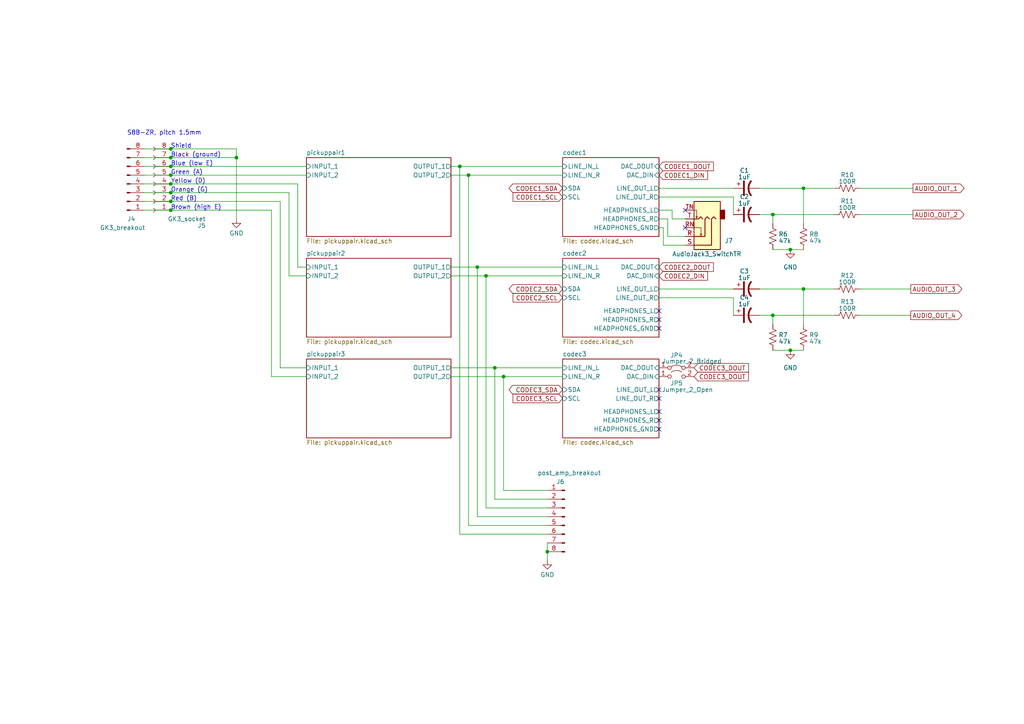
<source format=kicad_sch>
(kicad_sch (version 20250114) (generator "eeschema") (generator_version "9.0")
  (paper "A4")
  (lib_symbols
    (symbol "Connector:Conn_01x08_Pin" (pin_names (offset 1.016) (hide yes))
      (property "Reference" "J" (at 0 10.16 0))
      (property "Value" "Conn_01x08_Pin" (at 0 -12.7 0))
      (symbol "Conn_01x08_Pin_1_1"
        (rectangle (start 0.8636 7.747) (end 0 7.493) (stroke (width 0.1524)) (fill (type outline)))
        (rectangle (start 0.8636 5.207) (end 0 4.953) (stroke (width 0.1524)) (fill (type outline)))
        (rectangle (start 0.8636 2.667) (end 0 2.413) (stroke (width 0.1524)) (fill (type outline)))
        (rectangle (start 0.8636 0.127) (end 0 -0.127) (stroke (width 0.1524)) (fill (type outline)))
        (rectangle (start 0.8636 -2.413) (end 0 -2.667) (stroke (width 0.1524)) (fill (type outline)))
        (rectangle (start 0.8636 -4.953) (end 0 -5.207) (stroke (width 0.1524)) (fill (type outline)))
        (rectangle (start 0.8636 -7.493) (end 0 -7.747) (stroke (width 0.1524)) (fill (type outline)))
        (rectangle (start 0.8636 -10.033) (end 0 -10.287) (stroke (width 0.1524)) (fill (type outline)))
        (polyline (pts (xy 1.27 7.62) (xy 0.8636 7.62)) (stroke (width 0.1524)))
        (polyline (pts (xy 1.27 5.08) (xy 0.8636 5.08)) (stroke (width 0.1524)))
        (polyline (pts (xy 1.27 2.54) (xy 0.8636 2.54)) (stroke (width 0.1524)))
        (polyline (pts (xy 1.27 0) (xy 0.8636 0)) (stroke (width 0.1524)))
        (polyline (pts (xy 1.27 -2.54) (xy 0.8636 -2.54)) (stroke (width 0.1524)))
        (polyline (pts (xy 1.27 -5.08) (xy 0.8636 -5.08)) (stroke (width 0.1524)))
        (polyline (pts (xy 1.27 -7.62) (xy 0.8636 -7.62)) (stroke (width 0.1524)))
        (polyline (pts (xy 1.27 -10.16) (xy 0.8636 -10.16)) (stroke (width 0.1524)))
        (pin passive line (at 5.08 7.62 180) (length 3.81) (name "Pin_1") (number "1"))
        (pin passive line (at 5.08 5.08 180) (length 3.81) (name "Pin_2") (number "2"))
        (pin passive line (at 5.08 2.54 180) (length 3.81) (name "Pin_3") (number "3"))
        (pin passive line (at 5.08 0 180) (length 3.81) (name "Pin_4") (number "4"))
        (pin passive line (at 5.08 -2.54 180) (length 3.81) (name "Pin_5") (number "5"))
        (pin passive line (at 5.08 -5.08 180) (length 3.81) (name "Pin_6") (number "6"))
        (pin passive line (at 5.08 -7.62 180) (length 3.81) (name "Pin_7") (number "7"))
        (pin passive line (at 5.08 -10.16 180) (length 3.81) (name "Pin_8") (number "8"))
      )
    )
    (symbol "Connector:Conn_01x08_Socket" (pin_names (offset 1.016) (hide yes))
      (property "Reference" "J" (at 0 10.16 0))
      (property "Value" "Conn_01x08_Socket" (at 0 -12.7 0))
      (symbol "Conn_01x08_Socket_1_1"
        (polyline (pts (xy -1.27 7.62) (xy -0.508 7.62)) (stroke (width 0.1524)))
        (polyline (pts (xy -1.27 5.08) (xy -0.508 5.08)) (stroke (width 0.1524)))
        (polyline (pts (xy -1.27 2.54) (xy -0.508 2.54)) (stroke (width 0.1524)))
        (polyline (pts (xy -1.27 0) (xy -0.508 0)) (stroke (width 0.1524)))
        (polyline (pts (xy -1.27 -2.54) (xy -0.508 -2.54)) (stroke (width 0.1524)))
        (polyline (pts (xy -1.27 -5.08) (xy -0.508 -5.08)) (stroke (width 0.1524)))
        (polyline (pts (xy -1.27 -7.62) (xy -0.508 -7.62)) (stroke (width 0.1524)))
        (polyline (pts (xy -1.27 -10.16) (xy -0.508 -10.16)) (stroke (width 0.1524)))
        (arc (start 0 7.112) (mid -0.5058 7.62) (end 0 8.128) (stroke (width 0.1524)))
        (arc (start 0 4.572) (mid -0.5058 5.08) (end 0 5.588) (stroke (width 0.1524)))
        (arc (start 0 2.032) (mid -0.5058 2.54) (end 0 3.048) (stroke (width 0.1524)))
        (arc (start 0 -0.508) (mid -0.5058 0) (end 0 0.508) (stroke (width 0.1524)))
        (arc (start 0 -3.048) (mid -0.5058 -2.54) (end 0 -2.032) (stroke (width 0.1524)))
        (arc (start 0 -5.588) (mid -0.5058 -5.08) (end 0 -4.572) (stroke (width 0.1524)))
        (arc (start 0 -8.128) (mid -0.5058 -7.62) (end 0 -7.112) (stroke (width 0.1524)))
        (arc (start 0 -10.668) (mid -0.5058 -10.16) (end 0 -9.652) (stroke (width 0.1524)))
        (pin passive line (at -5.08 7.62 0) (length 3.81) (name "Pin_1") (number "1"))
        (pin passive line (at -5.08 5.08 0) (length 3.81) (name "Pin_2") (number "2"))
        (pin passive line (at -5.08 2.54 0) (length 3.81) (name "Pin_3") (number "3"))
        (pin passive line (at -5.08 0 0) (length 3.81) (name "Pin_4") (number "4"))
        (pin passive line (at -5.08 -2.54 0) (length 3.81) (name "Pin_5") (number "5"))
        (pin passive line (at -5.08 -5.08 0) (length 3.81) (name "Pin_6") (number "6"))
        (pin passive line (at -5.08 -7.62 0) (length 3.81) (name "Pin_7") (number "7"))
        (pin passive line (at -5.08 -10.16 0) (length 3.81) (name "Pin_8") (number "8"))
      )
    )
    (symbol "Connector_Audio:AudioJack3_SwitchTR"
      (property "Reference" "J" (at 0 8.89 0))
      (property "Value" "AudioJack3_SwitchTR" (at 0 6.35 0))
      (symbol "AudioJack3_SwitchTR_0_1"
        (rectangle (start -5.08 -5.08) (end -6.35 -7.62) (stroke (width 0.254)) (fill (type outline)))
        (polyline (pts (xy -1.905 -5.08) (xy -1.27 -5.715) (xy -0.635 -5.08) (xy -0.635 0) (xy 2.54 0)) (stroke (width 0.254)))
        (polyline (pts (xy 0 -5.08) (xy 0.635 -5.715) (xy 1.27 -5.08) (xy 2.54 -5.08)) (stroke (width 0.254)))
        (polyline (pts (xy 0.508 -0.254) (xy 0.762 -0.762)))
        (polyline (pts (xy 1.778 -5.334) (xy 2.032 -5.842)))
        (rectangle (start 2.54 3.81) (end -5.08 -10.16) (stroke (width 0.254)) (fill (type background)))
        (polyline (pts (xy 2.54 2.54) (xy -2.54 2.54) (xy -2.54 -5.08) (xy -3.175 -5.715) (xy -3.81 -5.08)) (stroke (width 0.254)))
        (polyline (pts (xy 2.54 -2.54) (xy 0.508 -2.54) (xy 0.508 -0.254) (xy 0.254 -0.762)))
        (polyline (pts (xy 2.54 -7.62) (xy 1.778 -7.62) (xy 1.778 -5.334) (xy 1.524 -5.842)))
      )
      (symbol "AudioJack3_SwitchTR_1_1"
        (pin passive line (at 5.08 2.54 180) (length 2.54) (name "~") (number "S"))
        (pin passive line (at 5.08 0 180) (length 2.54) (name "~") (number "R"))
        (pin passive line (at 5.08 -2.54 180) (length 2.54) (name "~") (number "RN"))
        (pin passive line (at 5.08 -5.08 180) (length 2.54) (name "~") (number "T"))
        (pin passive line (at 5.08 -7.62 180) (length 2.54) (name "~") (number "TN"))
      )
    )
    (symbol "Device:C_Polarized_US" (pin_numbers (hide yes)) (pin_names (offset 0.254) (hide yes))
      (property "Reference" "C" (at 0.635 2.54 0))
      (property "Value" "C_Polarized_US" (at 0.635 -2.54 0))
      (symbol "C_Polarized_US_0_1"
        (polyline (pts (xy -2.032 0.762) (xy 2.032 0.762)) (stroke (width 0.508)))
        (polyline (pts (xy -1.778 2.286) (xy -0.762 2.286)))
        (polyline (pts (xy -1.27 1.778) (xy -1.27 2.794)))
        (arc (start -2.032 -1.27) (mid 0 -0.5572) (end 2.032 -1.27) (stroke (width 0.508)))
      )
      (symbol "C_Polarized_US_1_1"
        (pin passive line (at 0 3.81 270) (length 2.794) (name "~") (number "1"))
        (pin passive line (at 0 -3.81 90) (length 3.302) (name "~") (number "2"))
      )
    )
    (symbol "Device:R_US" (pin_numbers (hide yes)) (pin_names (offset 0))
      (property "Reference" "R" (at 2.54 0 90))
      (property "Value" "R_US" (at -2.54 0 90))
      (symbol "R_US_0_1"
        (polyline (pts (xy 0 2.286) (xy 0 2.54)))
        (polyline (pts (xy 0 2.286) (xy 1.016 1.905) (xy 0 1.524) (xy -1.016 1.143) (xy 0 0.762)))
        (polyline (pts (xy 0 0.762) (xy 1.016 0.381) (xy 0 0) (xy -1.016 -0.381) (xy 0 -0.762)))
        (polyline (pts (xy 0 -0.762) (xy 1.016 -1.143) (xy 0 -1.524) (xy -1.016 -1.905) (xy 0 -2.286)))
        (polyline (pts (xy 0 -2.286) (xy 0 -2.54)))
      )
      (symbol "R_US_1_1"
        (pin passive line (at 0 3.81 270) (length 1.27) (name "~") (number "1"))
        (pin passive line (at 0 -3.81 90) (length 1.27) (name "~") (number "2"))
      )
    )
    (symbol "Jumper:Jumper_2_Bridged" (pin_names (offset 0) (hide yes))
      (property "Reference" "JP" (at 0 1.905 0))
      (property "Value" "Jumper_2_Bridged" (at 0 -2.54 0))
      (symbol "Jumper_2_Bridged_0_0"
        (circle (center -2.032 0) (radius 0.508))
        (circle (center 2.032 0) (radius 0.508))
      )
      (symbol "Jumper_2_Bridged_0_1"
        (arc (start -1.524 0.254) (mid 0 0.762) (end 1.524 0.254))
      )
      (symbol "Jumper_2_Bridged_1_1"
        (pin passive line (at -5.08 0 0) (length 2.54) (name "A") (number "1"))
        (pin passive line (at 5.08 0 180) (length 2.54) (name "B") (number "2"))
      )
    )
    (symbol "Jumper:Jumper_2_Open" (pin_names (offset 0) (hide yes))
      (property "Reference" "JP" (at 0 2.794 0))
      (property "Value" "Jumper_2_Open" (at 0 -2.286 0))
      (symbol "Jumper_2_Open_0_0"
        (circle (center -2.032 0) (radius 0.508))
        (circle (center 2.032 0) (radius 0.508))
      )
      (symbol "Jumper_2_Open_0_1"
        (arc (start -1.524 1.27) (mid 0 1.778) (end 1.524 1.27))
      )
      (symbol "Jumper_2_Open_1_1"
        (pin passive line (at -5.08 0 0) (length 2.54) (name "A") (number "1"))
        (pin passive line (at 5.08 0 180) (length 2.54) (name "B") (number "2"))
      )
    )
    (symbol "power:GND" (power) (pin_names (offset 0))
      (property "Value" "GND" (at 0 -3.81 0))
      (symbol "GND_0_1"
        (polyline (pts (xy 0 0) (xy 0 -1.27) (xy 1.27 -1.27) (xy 0 -2.54) (xy -1.27 -1.27) (xy 0 -1.27)))
      )
      (symbol "GND_1_1"
        (pin power_in line (at 0 0 270) (length 0) (hide yes) (name "GND") (number "1"))
      )
    )
  )
  (text "Black (ground)" (at 49.53 45.72 0) (effects (font (size 1.27 1.27)) (justify left bottom)))
  (text "Yellow (D)" (at 49.53 53.34 0) (effects (font (size 1.27 1.27)) (justify left bottom)))
  (text "Brown (high E)" (at 49.53 60.96 0) (effects (font (size 1.27 1.27)) (justify left bottom)))
  (text "Red (B)" (at 49.53 58.42 0) (effects (font (size 1.27 1.27)) (justify left bottom)))
  (text "Green (A)" (at 49.53 50.8 0) (effects (font (size 1.27 1.27)) (justify left bottom)))
  (text "Orange (G)" (at 49.53 55.88 0) (effects (font (size 1.27 1.27)) (justify left bottom)))
  (text "S8B-ZR, pitch 1.5mm" (at 36.83 39.37 0) (effects (font (size 1.27 1.27)) (justify left bottom)))
  (text "Blue (low E)" (at 49.53 48.26 0) (effects (font (size 1.27 1.27)) (justify left bottom)))
  (text "Shield" (at 49.53 43.18 0) (effects (font (size 1.27 1.27)) (justify left bottom)))
  (junction (at 133.35 48.26))
  (junction (at 49.53 55.88))
  (junction (at 158.75 160.02))
  (junction (at 224.155 91.44))
  (junction (at 224.155 62.23))
  (junction (at 229.235 72.39))
  (junction (at 233.045 54.61))
  (junction (at 233.045 83.82))
  (junction (at 143.51 106.68))
  (junction (at 49.53 50.8))
  (junction (at 138.43 77.47))
  (junction (at 49.53 43.18))
  (junction (at 49.53 58.42))
  (junction (at 146.05 109.22))
  (junction (at 68.58 45.72))
  (junction (at 49.53 60.96))
  (junction (at 49.53 48.26))
  (junction (at 140.97 80.01))
  (junction (at 135.89 50.8))
  (junction (at 229.235 101.6))
  (junction (at 49.53 53.34))
  (junction (at 49.53 45.72))
  (no_connect (at 198.755 60.96))
  (no_connect (at 191.135 121.92))
  (no_connect (at 191.135 115.57))
  (no_connect (at 191.135 124.46))
  (no_connect (at 191.135 92.71))
  (no_connect (at 198.755 66.04))
  (no_connect (at 191.135 119.38))
  (no_connect (at 191.135 113.03))
  (no_connect (at 191.135 95.25))
  (no_connect (at 191.135 90.17))
  (wire (pts (xy 224.155 72.39) (xy 229.235 72.39)))
  (wire (pts (xy 224.155 62.23) (xy 241.935 62.23)))
  (wire (pts (xy 49.53 55.88) (xy 83.82 55.88)))
  (wire (pts (xy 191.135 86.36) (xy 212.725 86.36)))
  (wire (pts (xy 135.89 50.8) (xy 135.89 152.4)))
  (wire (pts (xy 130.81 48.26) (xy 133.35 48.26)))
  (wire (pts (xy 191.135 60.96) (xy 194.945 60.96)))
  (wire (pts (xy 49.53 58.42) (xy 81.28 58.42)))
  (wire (pts (xy 193.675 68.58) (xy 193.675 63.5)))
  (wire (pts (xy 192.405 71.12) (xy 198.755 71.12)))
  (wire (pts (xy 233.045 83.82) (xy 241.935 83.82)))
  (wire (pts (xy 68.58 43.18) (xy 68.58 45.72)))
  (wire (pts (xy 191.135 57.15) (xy 212.725 57.15)))
  (wire (pts (xy 220.345 91.44) (xy 224.155 91.44)))
  (wire (pts (xy 212.725 62.23) (xy 212.725 57.15)))
  (wire (pts (xy 192.405 66.04) (xy 192.405 71.12)))
  (wire (pts (xy 49.53 50.8) (xy 88.9 50.8)))
  (wire (pts (xy 138.43 149.86) (xy 158.75 149.86)))
  (wire (pts (xy 249.555 54.61) (xy 264.795 54.61)))
  (wire (pts (xy 224.155 101.6) (xy 229.235 101.6)))
  (wire (pts (xy 41.91 53.34) (xy 49.53 53.34)))
  (wire (pts (xy 220.345 62.23) (xy 224.155 62.23)))
  (wire (pts (xy 41.91 48.26) (xy 49.53 48.26)))
  (wire (pts (xy 233.045 54.61) (xy 241.935 54.61)))
  (wire (pts (xy 130.81 80.01) (xy 140.97 80.01)))
  (wire (pts (xy 130.81 109.22) (xy 146.05 109.22)))
  (wire (pts (xy 191.135 83.82) (xy 212.725 83.82)))
  (wire (pts (xy 135.89 152.4) (xy 158.75 152.4)))
  (wire (pts (xy 41.91 58.42) (xy 49.53 58.42)))
  (wire (pts (xy 41.91 55.88) (xy 49.53 55.88)))
  (wire (pts (xy 83.82 55.88) (xy 83.82 80.01)))
  (wire (pts (xy 229.235 101.6) (xy 233.045 101.6)))
  (wire (pts (xy 138.43 77.47) (xy 163.195 77.47)))
  (wire (pts (xy 212.725 91.44) (xy 212.725 86.36)))
  (wire (pts (xy 191.135 63.5) (xy 193.675 63.5)))
  (wire (pts (xy 143.51 106.68) (xy 143.51 144.78)))
  (wire (pts (xy 49.53 60.96) (xy 78.74 60.96)))
  (wire (pts (xy 249.555 91.44) (xy 264.16 91.44)))
  (wire (pts (xy 233.045 83.82) (xy 233.045 93.98)))
  (wire (pts (xy 146.05 109.22) (xy 146.05 142.24)))
  (wire (pts (xy 191.135 66.04) (xy 192.405 66.04)))
  (wire (pts (xy 140.97 147.32) (xy 158.75 147.32)))
  (wire (pts (xy 130.81 106.68) (xy 143.51 106.68)))
  (wire (pts (xy 86.36 77.47) (xy 88.9 77.47)))
  (wire (pts (xy 220.345 54.61) (xy 233.045 54.61)))
  (wire (pts (xy 41.91 60.96) (xy 49.53 60.96)))
  (wire (pts (xy 198.755 68.58) (xy 193.675 68.58)))
  (wire (pts (xy 194.945 63.5) (xy 198.755 63.5)))
  (wire (pts (xy 41.91 43.18) (xy 49.53 43.18)))
  (wire (pts (xy 135.89 50.8) (xy 163.195 50.8)))
  (wire (pts (xy 83.82 80.01) (xy 88.9 80.01)))
  (wire (pts (xy 68.58 45.72) (xy 68.58 63.5)))
  (wire (pts (xy 194.945 60.96) (xy 194.945 63.5)))
  (wire (pts (xy 138.43 77.47) (xy 138.43 149.86)))
  (wire (pts (xy 130.81 77.47) (xy 138.43 77.47)))
  (wire (pts (xy 41.91 50.8) (xy 49.53 50.8)))
  (wire (pts (xy 143.51 106.68) (xy 163.195 106.68)))
  (wire (pts (xy 140.97 80.01) (xy 163.195 80.01)))
  (wire (pts (xy 224.155 91.44) (xy 241.935 91.44)))
  (wire (pts (xy 233.045 54.61) (xy 233.045 64.77)))
  (wire (pts (xy 133.35 48.26) (xy 163.195 48.26)))
  (wire (pts (xy 220.345 83.82) (xy 233.045 83.82)))
  (wire (pts (xy 49.53 48.26) (xy 88.9 48.26)))
  (wire (pts (xy 133.35 48.26) (xy 133.35 154.94)))
  (wire (pts (xy 146.05 109.22) (xy 163.195 109.22)))
  (wire (pts (xy 130.81 50.8) (xy 135.89 50.8)))
  (wire (pts (xy 41.91 45.72) (xy 49.53 45.72)))
  (wire (pts (xy 49.53 43.18) (xy 68.58 43.18)))
  (wire (pts (xy 224.155 62.23) (xy 224.155 64.77)))
  (wire (pts (xy 49.53 45.72) (xy 68.58 45.72)))
  (wire (pts (xy 81.28 106.68) (xy 88.9 106.68)))
  (wire (pts (xy 49.53 53.34) (xy 86.36 53.34)))
  (wire (pts (xy 81.28 58.42) (xy 81.28 106.68)))
  (wire (pts (xy 78.74 109.22) (xy 88.9 109.22)))
  (wire (pts (xy 249.555 83.82) (xy 264.16 83.82)))
  (wire (pts (xy 133.35 154.94) (xy 158.75 154.94)))
  (wire (pts (xy 158.75 160.02) (xy 158.75 162.56)))
  (wire (pts (xy 78.74 60.96) (xy 78.74 109.22)))
  (wire (pts (xy 191.135 54.61) (xy 212.725 54.61)))
  (wire (pts (xy 146.05 142.24) (xy 158.75 142.24)))
  (wire (pts (xy 143.51 144.78) (xy 158.75 144.78)))
  (wire (pts (xy 229.235 72.39) (xy 233.045 72.39)))
  (wire (pts (xy 249.555 62.23) (xy 264.795 62.23)))
  (wire (pts (xy 158.75 157.48) (xy 158.75 160.02)))
  (wire (pts (xy 86.36 53.34) (xy 86.36 77.47)))
  (wire (pts (xy 224.155 91.44) (xy 224.155 93.98)))
  (wire (pts (xy 140.97 80.01) (xy 140.97 147.32)))
  (global_label "AUDIO_OUT_4" (shape output) (at 264.16 91.44 0) (property "Intersheetrefs" "${INTERSHEET_REFS}" (effects (hide yes))))
  (global_label "CODEC1_SCL" (shape input) (at 163.195 57.15 180) (property "Intersheetrefs" "${INTERSHEET_REFS}" (effects (hide yes))))
  (global_label "CODEC3_DOUT" (shape input) (at 201.295 106.68 0) (property "Intersheetrefs" "${INTERSHEET_REFS}" (effects (hide yes))))
  (global_label "CODEC3_SCL" (shape input) (at 163.195 115.57 180) (property "Intersheetrefs" "${INTERSHEET_REFS}" (effects (hide yes))))
  (global_label "CODEC2_DOUT" (shape input) (at 191.135 77.47 0) (property "Intersheetrefs" "${INTERSHEET_REFS}" (effects (hide yes))))
  (global_label "CODEC3_DOUT" (shape input) (at 201.295 109.22 0) (property "Intersheetrefs" "${INTERSHEET_REFS}" (effects (hide yes))))
  (global_label "AUDIO_OUT_2" (shape output) (at 264.795 62.23 0) (property "Intersheetrefs" "${INTERSHEET_REFS}" (effects (hide yes))))
  (global_label "CODEC3_SDA" (shape bidirectional) (at 163.195 113.03 180) (property "Intersheetrefs" "${INTERSHEET_REFS}" (effects (hide yes))))
  (global_label "CODEC2_SCL" (shape input) (at 163.195 86.36 180) (property "Intersheetrefs" "${INTERSHEET_REFS}" (effects (hide yes))))
  (global_label "CODEC1_DOUT" (shape input) (at 191.135 48.26 0) (property "Intersheetrefs" "${INTERSHEET_REFS}" (effects (hide yes))))
  (global_label "AUDIO_OUT_1" (shape output) (at 264.795 54.61 0) (property "Intersheetrefs" "${INTERSHEET_REFS}" (effects (hide yes))))
  (global_label "CODEC2_SDA" (shape bidirectional) (at 163.195 83.82 180) (property "Intersheetrefs" "${INTERSHEET_REFS}" (effects (hide yes))))
  (global_label "AUDIO_OUT_3" (shape output) (at 264.16 83.82 0) (property "Intersheetrefs" "${INTERSHEET_REFS}" (effects (hide yes))))
  (global_label "CODEC1_SDA" (shape bidirectional) (at 163.195 54.61 180) (property "Intersheetrefs" "${INTERSHEET_REFS}" (effects (hide yes))))
  (global_label "CODEC2_DIN" (shape input) (at 191.135 80.01 0) (property "Intersheetrefs" "${INTERSHEET_REFS}" (effects (hide yes))))
  (global_label "CODEC1_DIN" (shape input) (at 191.135 50.8 0) (property "Intersheetrefs" "${INTERSHEET_REFS}" (effects (hide yes))))
  (symbol (lib_id "Connector:Conn_01x08_Socket") (at 44.45 53.34 180) (unit 1)
    (property "Reference" "J5" (at 59.69 65.421 0) (effects (justify left)))
    (property "Value" "GK3_socket" (at 59.69 63.5 0) (effects (justify left)))
    (property "Footprint" "bjarkarbody:gk3 connector THT" (effects (hide yes)))
  )
  (symbol (lib_id "Jumper:Jumper_2_Bridged") (at 196.215 106.68 0) (unit 1)
    (property "Reference" "JP4" (at 196.215 103.0351 0))
    (property "Value" "Jumper_2_Bridged" (at 200.66 104.775 0))
    (property "Footprint" "Jumper:SolderJumper-2_P1.3mm_Bridged_Pad1.0x1.5mm" (effects (hide yes)))
  )
  (symbol (lib_id "Device:R_US") (at 245.745 54.61 270) (unit 1)
    (property "Reference" "R10" (at 245.745 50.7111 90))
    (property "Value" "100R" (at 245.745 52.6321 90))
    (property "Footprint" "Resistor_SMD:R_0603_1608Metric" (effects (hide yes)))
    (property "LCSC" "C22976" (effects (hide yes)))
    (instances (project "body2" (path "" (reference "R10") (unit 1))) (project "stomp_00" (path "" (reference "R23") (unit 1))))
  )
  (symbol (lib_id "Device:R_US") (at 224.155 97.79 180) (unit 1)
    (property "Reference" "R7" (at 225.806 97.1463 0) (effects (justify right)))
    (property "Value" "47k" (at 225.806 99.0673 0) (effects (justify right)))
    (property "Footprint" "Resistor_SMD:R_0603_1608Metric" (effects (hide yes)))
    (property "LCSC" "C22935" (effects (hide yes)))
    (instances (project "body2" (path "" (reference "R7") (unit 1))) (project "stomp_00" (path "" (reference "R21") (unit 1))))
  )
  (symbol (lib_id "Device:R_US") (at 224.155 68.58 180) (unit 1)
    (property "Reference" "R6" (at 225.806 67.9363 0) (effects (justify right)))
    (property "Value" "47k" (at 225.806 69.8573 0) (effects (justify right)))
    (property "Footprint" "Resistor_SMD:R_0603_1608Metric" (effects (hide yes)))
    (property "LCSC" "C22935" (effects (hide yes)))
    (instances (project "body2" (path "" (reference "R6") (unit 1))) (project "stomp_00" (path "" (reference "R21") (unit 1))))
  )
  (symbol (lib_id "Device:C_Polarized_US") (at 216.535 83.82 90) (mirror x) (unit 1)
    (property "Reference" "C3" (at 215.9 78.6511 90))
    (property "Value" "1uF" (at 215.9 80.5721 90))
    (property "Footprint" "Capacitor_SMD:C_0603_1608Metric" (effects (hide yes)))
    (property "LCSC" "C23630" (effects (hide yes)))
    (instances (project "body2" (path "" (reference "C3") (unit 1))) (project "stomp_00" (path "" (reference "C25") (unit 1))))
  )
  (symbol (lib_id "Device:C_Polarized_US") (at 216.535 91.44 90) (mirror x) (unit 1)
    (property "Reference" "C4" (at 215.9 86.2711 90))
    (property "Value" "1uF" (at 215.9 88.1921 90))
    (property "Footprint" "Capacitor_SMD:C_0603_1608Metric" (effects (hide yes)))
    (property "LCSC" "C513735" (effects (hide yes)))
    (instances (project "body2" (path "" (reference "C4") (unit 1))) (project "stomp_00" (path "" (reference "C26") (unit 1))))
  )
  (symbol (lib_id "power:GND") (at 229.235 72.39 0) (unit 1)
    (property "Reference" "#PWR019" (effects (hide yes)))
    (property "Value" "GND" (at 229.235 77.47 0))
    (instances (project "body2" (path "" (reference "#PWR019") (unit 1))) (project "dk2_01" (path "" (reference "#PWR044") (unit 1))) (project "stomp_00" (path "" (reference "#PWR02") (unit 1)) (path "" (reference "#PWR02") (unit 1)) (path "" (reference "#PWR038") (unit 1))))
  )
  (symbol (lib_id "Device:C_Polarized_US") (at 216.535 62.23 90) (mirror x) (unit 1)
    (property "Reference" "C2" (at 215.9 57.0611 90))
    (property "Value" "1uF" (at 215.9 58.9821 90))
    (property "Footprint" "Capacitor_SMD:C_0603_1608Metric" (effects (hide yes)))
    (property "LCSC" "C513735" (effects (hide yes)))
    (instances (project "body2" (path "" (reference "C2") (unit 1))) (project "stomp_00" (path "" (reference "C26") (unit 1))))
  )
  (symbol (lib_id "Device:R_US") (at 245.745 62.23 270) (unit 1)
    (property "Reference" "R11" (at 245.745 58.3311 90))
    (property "Value" "100R" (at 245.745 60.2521 90))
    (property "Footprint" "Resistor_SMD:R_0603_1608Metric" (effects (hide yes)))
    (property "LCSC" "C22976" (effects (hide yes)))
    (instances (project "body2" (path "" (reference "R11") (unit 1))) (project "stomp_00" (path "" (reference "R24") (unit 1))))
  )
  (symbol (lib_id "Device:R_US") (at 245.745 83.82 270) (unit 1)
    (property "Reference" "R12" (at 245.745 79.9211 90))
    (property "Value" "100R" (at 245.745 81.8421 90))
    (property "Footprint" "Resistor_SMD:R_0603_1608Metric" (effects (hide yes)))
    (property "LCSC" "C22976" (effects (hide yes)))
    (instances (project "body2" (path "" (reference "R12") (unit 1))) (project "stomp_00" (path "" (reference "R23") (unit 1))))
  )
  (symbol (lib_id "Device:R_US") (at 233.045 97.79 180) (unit 1)
    (property "Reference" "R9" (at 234.696 97.1463 0) (effects (justify right)))
    (property "Value" "47k" (at 234.696 99.0673 0) (effects (justify right)))
    (property "Footprint" "Resistor_SMD:R_0603_1608Metric" (effects (hide yes)))
    (property "LCSC" "C22976" (effects (hide yes)))
    (instances (project "body2" (path "" (reference "R9") (unit 1))) (project "stomp_00" (path "" (reference "R22") (unit 1))))
  )
  (symbol (lib_id "Connector:Conn_01x08_Pin") (at 163.83 149.86 0) (mirror y) (unit 1)
    (property "Reference" "J6" (at 162.56 139.7 0))
    (property "Value" "post_amp_breakout" (at 165.1 137.16 0))
    (property "Footprint" "Connector_PinHeader_2.54mm:PinHeader_1x08_P2.54mm_Vertical" (effects (hide yes)))
  )
  (symbol (lib_id "power:GND") (at 229.235 101.6 0) (unit 1)
    (property "Reference" "#PWR020" (effects (hide yes)))
    (property "Value" "GND" (at 229.235 106.68 0))
    (instances (project "body2" (path "" (reference "#PWR020") (unit 1))) (project "dk2_01" (path "" (reference "#PWR044") (unit 1))) (project "stomp_00" (path "" (reference "#PWR02") (unit 1)) (path "" (reference "#PWR02") (unit 1)) (path "" (reference "#PWR038") (unit 1))))
  )
  (symbol (lib_id "Connector:Conn_01x08_Pin") (at 36.83 53.34 0) (mirror x) (unit 1)
    (property "Reference" "J4" (at 38.1 63.5 0))
    (property "Value" "GK3_breakout" (at 35.56 66.04 0))
    (property "Footprint" "Connector_PinHeader_2.54mm:PinHeader_1x08_P2.54mm_Vertical" (effects (hide yes)))
  )
  (symbol (lib_id "Device:R_US") (at 233.045 68.58 180) (unit 1)
    (property "Reference" "R8" (at 234.696 67.9363 0) (effects (justify right)))
    (property "Value" "47k" (at 234.696 69.8573 0) (effects (justify right)))
    (property "Footprint" "Resistor_SMD:R_0603_1608Metric" (effects (hide yes)))
    (property "LCSC" "C22976" (effects (hide yes)))
    (instances (project "body2" (path "" (reference "R8") (unit 1))) (project "stomp_00" (path "" (reference "R22") (unit 1))))
  )
  (symbol (lib_id "Device:R_US") (at 245.745 91.44 270) (unit 1)
    (property "Reference" "R13" (at 245.745 87.5411 90))
    (property "Value" "100R" (at 245.745 89.4621 90))
    (property "Footprint" "Resistor_SMD:R_0603_1608Metric" (effects (hide yes)))
    (property "LCSC" "C22976" (effects (hide yes)))
    (instances (project "body2" (path "" (reference "R13") (unit 1))) (project "stomp_00" (path "" (reference "R24") (unit 1))))
  )
  (symbol (lib_id "Connector_Audio:AudioJack3_SwitchTR") (at 203.835 68.58 180) (unit 1)
    (property "Reference" "J7" (at 210.185 69.85 0) (effects (justify right)))
    (property "Value" "AudioJack3_SwitchTR" (at 194.945 73.66 0) (effects (justify right)))
    (property "Footprint" "Connector_Audio:Jack_3.5mm_CUI_SJ1-3525N_Horizontal" (effects (hide yes)))
  )
  (symbol (lib_id "power:GND") (at 158.75 162.56 0) (unit 1)
    (property "Reference" "#PWR018" (effects (hide yes)))
    (property "Value" "GND" (at 158.75 166.6955 0))
  )
  (symbol (lib_id "Jumper:Jumper_2_Open") (at 196.215 109.22 0) (unit 1)
    (property "Reference" "JP5" (at 196.215 111.125 0))
    (property "Value" "Jumper_2_Open" (at 199.39 113.03 0))
    (property "Footprint" "Jumper:SolderJumper-2_P1.3mm_Open_Pad1.0x1.5mm" (effects (hide yes)))
  )
  (symbol (lib_id "power:GND") (at 68.58 63.5 0) (unit 1)
    (property "Reference" "#PWR017" (effects (hide yes)))
    (property "Value" "GND" (at 68.58 67.6355 0))
  )
  (symbol (lib_id "Device:C_Polarized_US") (at 216.535 54.61 90) (mirror x) (unit 1)
    (property "Reference" "C1" (at 215.9 49.4411 90))
    (property "Value" "1uF" (at 215.9 51.3621 90))
    (property "Footprint" "Capacitor_SMD:C_0603_1608Metric" (effects (hide yes)))
    (property "LCSC" "C23630" (effects (hide yes)))
    (instances (project "body2" (path "" (reference "C1") (unit 1))) (project "stomp_00" (path "" (reference "C25") (unit 1))))
  )
  (sheet (at 88.9 74.93) (size 41.91 22.86) (stroke (width 0.1524))
    (property "Sheetname" "pickuppair2" (at 88.9 74.2184 0) (effects (justify left bottom)))
    (property "Sheetfile" "pickuppair.kicad_sch" (at 88.9 98.3746 0) (effects (justify left top)))
    (pin "OUTPUT_1" output (at 130.81 77.47 0))
    (pin "OUTPUT_2" output (at 130.81 80.01 0))
    (pin "INPUT_1" input (at 88.9 77.47 180))
    (pin "INPUT_2" input (at 88.9 80.01 180))
  )
  (sheet (at 88.9 104.14) (size 41.91 22.86) (stroke (width 0.1524))
    (property "Sheetname" "pickuppair3" (at 88.9 103.4284 0) (effects (justify left bottom)))
    (property "Sheetfile" "pickuppair.kicad_sch" (at 88.9 127.5846 0) (effects (justify left top)))
    (pin "OUTPUT_1" output (at 130.81 106.68 0))
    (pin "OUTPUT_2" output (at 130.81 109.22 0))
    (pin "INPUT_1" input (at 88.9 106.68 180))
    (pin "INPUT_2" input (at 88.9 109.22 180))
  )
  (sheet (at 88.9 45.72) (size 41.91 22.86) (stroke (width 0.1524))
    (property "Sheetname" "pickuppair1" (at 88.9 45.0084 0) (effects (justify left bottom)))
    (property "Sheetfile" "pickuppair.kicad_sch" (at 88.9 69.1646 0) (effects (justify left top)))
    (pin "OUTPUT_1" output (at 130.81 48.26 0))
    (pin "OUTPUT_2" output (at 130.81 50.8 0))
    (pin "INPUT_1" input (at 88.9 48.26 180))
    (pin "INPUT_2" input (at 88.9 50.8 180))
  )
  (sheet (at 163.195 74.93) (size 27.94 22.86) (stroke (width 0.1524))
    (property "Sheetname" "codec2" (at 163.195 74.2184 0) (effects (justify left bottom)))
    (property "Sheetfile" "codec.kicad_sch" (at 163.195 98.3746 0) (effects (justify left top)))
    (pin "DAC_DOUT" input (at 191.135 77.47 0))
    (pin "DAC_DIN" input (at 191.135 80.01 0))
    (pin "LINE_IN_R" input (at 163.195 80.01 180))
    (pin "LINE_IN_L" input (at 163.195 77.47 180))
    (pin "LINE_OUT_R" output (at 191.135 86.36 0))
    (pin "LINE_OUT_L" output (at 191.135 83.82 0))
    (pin "HEADPHONES_L" output (at 191.135 90.17 0))
    (pin "HEADPHONES_R" output (at 191.135 92.71 0))
    (pin "HEADPHONES_GND" output (at 191.135 95.25 0))
    (pin "SDA" input (at 163.195 83.82 180))
    (pin "SCL" input (at 163.195 86.36 180))
  )
  (sheet (at 163.195 45.72) (size 27.94 22.86) (stroke (width 0.1524))
    (property "Sheetname" "codec1" (at 163.195 45.0084 0) (effects (justify left bottom)))
    (property "Sheetfile" "codec.kicad_sch" (at 163.195 69.1646 0) (effects (justify left top)))
    (pin "LINE_IN_L" input (at 163.195 48.26 180))
    (pin "DAC_DOUT" input (at 191.135 48.26 0))
    (pin "DAC_DIN" input (at 191.135 50.8 0))
    (pin "LINE_IN_R" input (at 163.195 50.8 180))
    (pin "LINE_OUT_R" output (at 191.135 57.15 0))
    (pin "LINE_OUT_L" output (at 191.135 54.61 0))
    (pin "HEADPHONES_L" output (at 191.135 60.96 0))
    (pin "HEADPHONES_R" output (at 191.135 63.5 0))
    (pin "HEADPHONES_GND" output (at 191.135 66.04 0))
    (pin "SDA" input (at 163.195 54.61 180))
    (pin "SCL" input (at 163.195 57.15 180))
  )
  (sheet (at 163.195 104.14) (size 27.94 22.86) (stroke (width 0.1524))
    (property "Sheetname" "codec3" (at 163.195 103.4284 0) (effects (justify left bottom)))
    (property "Sheetfile" "codec.kicad_sch" (at 163.195 127.5846 0) (effects (justify left top)))
    (pin "DAC_DOUT" input (at 191.135 106.68 0))
    (pin "DAC_DIN" input (at 191.135 109.22 0))
    (pin "LINE_IN_R" input (at 163.195 109.22 180))
    (pin "LINE_IN_L" input (at 163.195 106.68 180))
    (pin "LINE_OUT_R" output (at 191.135 115.57 0))
    (pin "LINE_OUT_L" output (at 191.135 113.03 0))
    (pin "HEADPHONES_L" output (at 191.135 119.38 0))
    (pin "HEADPHONES_R" output (at 191.135 121.92 0))
    (pin "HEADPHONES_GND" output (at 191.135 124.46 0))
    (pin "SDA" input (at 163.195 113.03 180))
    (pin "SCL" input (at 163.195 115.57 180))
  )
)
</source>
